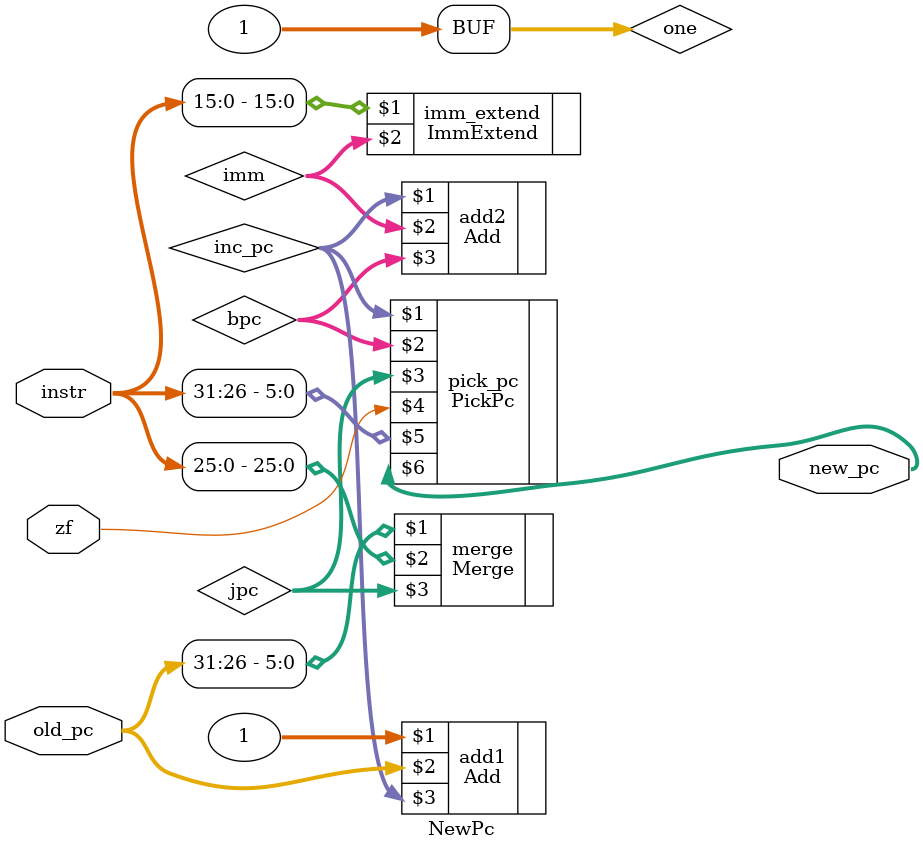
<source format=v>
`timescale 1ns / 1ps
module NewPc(
	input [31:0] old_pc,
	output [31:0] new_pc,
	input [31:0] instr,
	input zf
    );
	 
	 wire[31:0] inc_pc;
	 wire[31:0] jpc;
	 wire[31:0] bpc;
	 wire[31:0] imm;
	 
	 reg[31:0] one = 32'b00000000000000000000000000000001;;
		
	Add add1 (one, old_pc, inc_pc);
	
	Merge merge (old_pc[31:26], instr[25:0], jpc);
	
	ImmExtend imm_extend (instr[15:0], imm);
	
	Add add2 (inc_pc, imm, bpc);
	
//	module PickPc(
//    input [31:0] npc,
//    input [31:0] bpc,
//    input [31:0] jpc,
//	 input zero_flag,
//	 input [5:0] opcode,
//    output [31:0] new_pc
//    );
	PickPc pick_pc (inc_pc, bpc, jpc, zf, instr[31:26], new_pc);
	 
	 
endmodule

</source>
